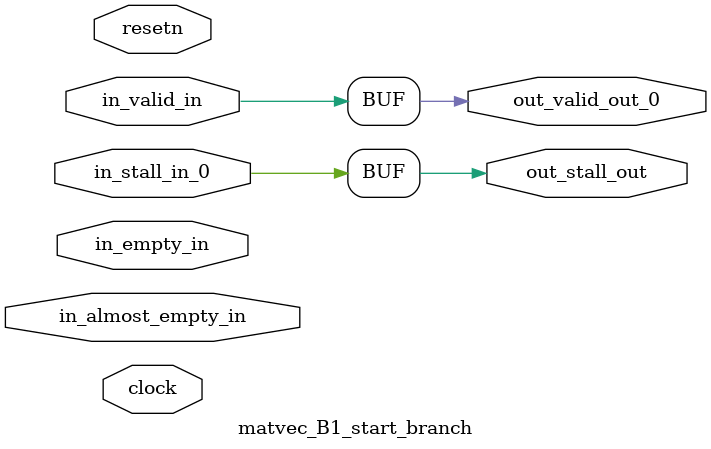
<source format=sv>



(* altera_attribute = "-name AUTO_SHIFT_REGISTER_RECOGNITION OFF; -name MESSAGE_DISABLE 10036; -name MESSAGE_DISABLE 10037; -name MESSAGE_DISABLE 14130; -name MESSAGE_DISABLE 14320; -name MESSAGE_DISABLE 15400; -name MESSAGE_DISABLE 14130; -name MESSAGE_DISABLE 10036; -name MESSAGE_DISABLE 12020; -name MESSAGE_DISABLE 12030; -name MESSAGE_DISABLE 12010; -name MESSAGE_DISABLE 12110; -name MESSAGE_DISABLE 14320; -name MESSAGE_DISABLE 13410; -name MESSAGE_DISABLE 113007; -name MESSAGE_DISABLE 10958" *)
module matvec_B1_start_branch (
    input wire [0:0] in_almost_empty_in,
    input wire [0:0] in_empty_in,
    input wire [0:0] in_stall_in_0,
    input wire [0:0] in_valid_in,
    output wire [0:0] out_stall_out,
    output wire [0:0] out_valid_out_0,
    input wire clock,
    input wire resetn
    );

    reg [0:0] rst_sync_rst_sclrn;


    // out_stall_out(GPOUT,6)
    assign out_stall_out = in_stall_in_0;

    // out_valid_out_0(GPOUT,7)
    assign out_valid_out_0 = in_valid_in;

    // rst_sync(RESETSYNC,8)
    acl_reset_handler #(
        .ASYNC_RESET(0),
        .USE_SYNCHRONIZER(1),
        .PULSE_EXTENSION(0),
        .PIPE_DEPTH(3),
        .DUPLICATE(1)
    ) therst_sync (
        .clk(clock),
        .i_resetn(resetn),
        .o_sclrn(rst_sync_rst_sclrn)
    );

endmodule

</source>
